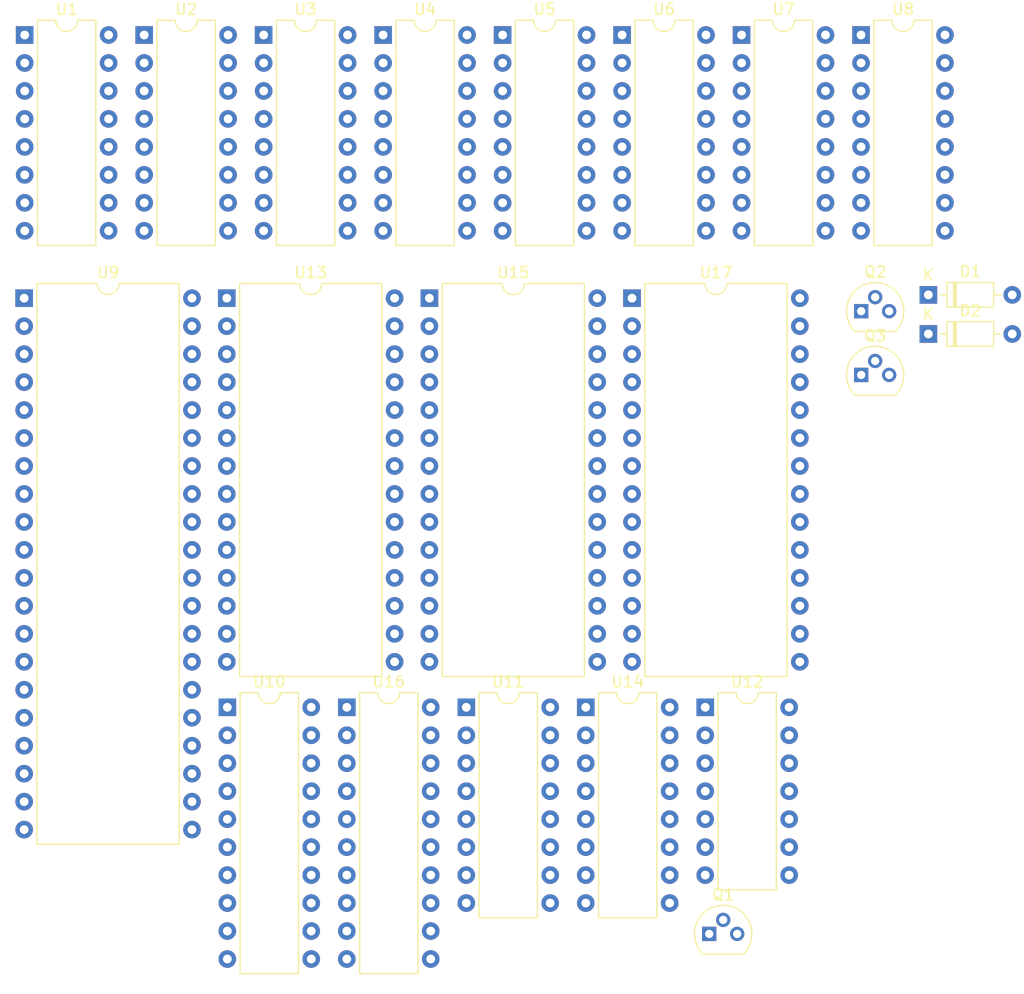
<source format=kicad_pcb>
(kicad_pcb (version 20240108) (generator "pcbnew") (generator_version "8.0")
  (layers (0 "F.Cu" signal) (31 "B.Cu" signal) (34 "B.Paste" user) (35 "F.Paste" user) (36 "B.SilkS" user "B.Silkscreen") (37 "F.SilkS" user "F.Silkscreen") (38 "B.Mask" user) (39 "F.Mask" user) (44 "Edge.Cuts" user))
  (net 0 "")
  (net 11 "MA4")
  (net 12 "MA0")
  (net 13 "MA5")
  (net 14 "MA7")
  (net 15 "~{RAMW}")
  (net 16 "MA6")
  (net 17 "MA2")
  (net 18 "MA1")
  (net 19 "MA3")
  (net 20 "RD2")
  (net 22 "~{RAS}")
  (net 23 "~{CAS}")
  (net 24 "+5V")
  (net 28 "RD3")
  (net 29 "RD4")
  (net 31 "RD5")
  (net 33 "RD6")
  (net 36 "RD7")
  (net 210 "RD0")
  (net 213 "<NO NET>")
  (net 225 "RD1")
  (footprint "Package_TO_SOT_THT:TO-92" (layer "F.Cu") (at 158.04 79.58)
    (property "Reference" "Q3" (at 1.27 -3.56 0) (layer "F.SilkS"))
    (property "Value" "1402D")
    (pad "1" thru_hole rect (at 0 0) (size 1.3 1.3) (drill 0.75) (layers "*.Cu" "*.Mask"))
    (pad "2" thru_hole circle (at 1.27 -1.27) (size 1.3 1.3) (drill 0.75) (layers "*.Cu" "*.Mask"))
    (pad "3" thru_hole circle (at 2.54 0) (size 1.3 1.3) (drill 0.75) (layers "*.Cu" "*.Mask"))
  )
  (footprint "Package_DIP:DIP-28_W15.24mm" (layer "F.Cu") (at 100.43 72.61)
    (property "Reference" "U13" (at 7.62 -2.33 0) (layer "F.SilkS"))
    (property "Value" "27128")
    (pad "1" thru_hole rect (at 0 0) (size 1.6 1.6) (drill 0.8) (layers "*.Cu" "*.Mask"))
    (pad "2" thru_hole oval (at 0 2.54) (size 1.6 1.6) (drill 0.8) (layers "*.Cu" "*.Mask"))
    (pad "3" thru_hole oval (at 0 5.08) (size 1.6 1.6) (drill 0.8) (layers "*.Cu" "*.Mask"))
    (pad "4" thru_hole oval (at 0 7.62) (size 1.6 1.6) (drill 0.8) (layers "*.Cu" "*.Mask"))
    (pad "5" thru_hole oval (at 0 10.16) (size 1.6 1.6) (drill 0.8) (layers "*.Cu" "*.Mask"))
    (pad "6" thru_hole oval (at 0 12.7) (size 1.6 1.6) (drill 0.8) (layers "*.Cu" "*.Mask"))
    (pad "7" thru_hole oval (at 0 15.24) (size 1.6 1.6) (drill 0.8) (layers "*.Cu" "*.Mask"))
    (pad "8" thru_hole oval (at 0 17.78) (size 1.6 1.6) (drill 0.8) (layers "*.Cu" "*.Mask"))
    (pad "9" thru_hole oval (at 0 20.32) (size 1.6 1.6) (drill 0.8) (layers "*.Cu" "*.Mask"))
    (pad "10" thru_hole oval (at 0 22.86) (size 1.6 1.6) (drill 0.8) (layers "*.Cu" "*.Mask"))
    (pad "11" thru_hole oval (at 0 25.4) (size 1.6 1.6) (drill 0.8) (layers "*.Cu" "*.Mask"))
    (pad "12" thru_hole oval (at 0 27.94) (size 1.6 1.6) (drill 0.8) (layers "*.Cu" "*.Mask"))
    (pad "13" thru_hole oval (at 0 30.48) (size 1.6 1.6) (drill 0.8) (layers "*.Cu" "*.Mask"))
    (pad "14" thru_hole oval (at 0 33.02) (size 1.6 1.6) (drill 0.8) (layers "*.Cu" "*.Mask"))
    (pad "15" thru_hole oval (at 15.24 33.02) (size 1.6 1.6) (drill 0.8) (layers "*.Cu" "*.Mask"))
    (pad "16" thru_hole oval (at 15.24 30.48) (size 1.6 1.6) (drill 0.8) (layers "*.Cu" "*.Mask"))
    (pad "17" thru_hole oval (at 15.24 27.94) (size 1.6 1.6) (drill 0.8) (layers "*.Cu" "*.Mask"))
    (pad "18" thru_hole oval (at 15.24 25.4) (size 1.6 1.6) (drill 0.8) (layers "*.Cu" "*.Mask"))
    (pad "19" thru_hole oval (at 15.24 22.86) (size 1.6 1.6) (drill 0.8) (layers "*.Cu" "*.Mask"))
    (pad "20" thru_hole oval (at 15.24 20.32) (size 1.6 1.6) (drill 0.8) (layers "*.Cu" "*.Mask"))
    (pad "21" thru_hole oval (at 15.24 17.78) (size 1.6 1.6) (drill 0.8) (layers "*.Cu" "*.Mask"))
    (pad "22" thru_hole oval (at 15.24 15.24) (size 1.6 1.6) (drill 0.8) (layers "*.Cu" "*.Mask"))
    (pad "23" thru_hole oval (at 15.24 12.7) (size 1.6 1.6) (drill 0.8) (layers "*.Cu" "*.Mask"))
    (pad "24" thru_hole oval (at 15.24 10.16) (size 1.6 1.6) (drill 0.8) (layers "*.Cu" "*.Mask"))
    (pad "25" thru_hole oval (at 15.24 7.62) (size 1.6 1.6) (drill 0.8) (layers "*.Cu" "*.Mask"))
    (pad "26" thru_hole oval (at 15.24 5.08) (size 1.6 1.6) (drill 0.8) (layers "*.Cu" "*.Mask"))
    (pad "27" thru_hole oval (at 15.24 2.54) (size 1.6 1.6) (drill 0.8) (layers "*.Cu" "*.Mask"))
    (pad "28" thru_hole oval (at 15.24 0) (size 1.6 1.6) (drill 0.8) (layers "*.Cu" "*.Mask"))
  )
  (footprint "Package_DIP:DIP-16_W7.62mm" (layer "F.Cu") (at 158.03 48.71)
    (property "Reference" "U8" (at 3.81 -2.33 0) (layer "F.SilkS"))
    (property "Value" "TMM4164AP-15")
    (pad "1" thru_hole rect (at 0 0) (size 1.6 1.6) (drill 0.8) (layers "*.Cu" "*.Mask"))
    (pad "2" thru_hole oval (at 0 2.54) (size 1.6 1.6) (drill 0.8) (layers "*.Cu" "*.Mask") (net 36 "RD7"))
    (pad "3" thru_hole oval (at 0 5.08) (size 1.6 1.6) (drill 0.8) (layers "*.Cu" "*.Mask") (net 15 "~{RAMW}"))
    (pad "4" thru_hole oval (at 0 7.62) (size 1.6 1.6) (drill 0.8) (layers "*.Cu" "*.Mask") (net 22 "~{RAS}"))
    (pad "5" thru_hole oval (at 0 10.16) (size 1.6 1.6) (drill 0.8) (layers "*.Cu" "*.Mask") (net 12 "MA0"))
    (pad "6" thru_hole oval (at 0 12.7) (size 1.6 1.6) (drill 0.8) (layers "*.Cu" "*.Mask") (net 17 "MA2"))
    (pad "7" thru_hole oval (at 0 15.24) (size 1.6 1.6) (drill 0.8) (layers "*.Cu" "*.Mask") (net 18 "MA1"))
    (pad "8" thru_hole oval (at 0 17.78) (size 1.6 1.6) (drill 0.8) (layers "*.Cu" "*.Mask") (net 24 "+5V"))
    (pad "9" thru_hole oval (at 7.62 17.78) (size 1.6 1.6) (drill 0.8) (layers "*.Cu" "*.Mask") (net 14 "MA7"))
    (pad "10" thru_hole oval (at 7.62 15.24) (size 1.6 1.6) (drill 0.8) (layers "*.Cu" "*.Mask") (net 13 "MA5"))
    (pad "11" thru_hole oval (at 7.62 12.7) (size 1.6 1.6) (drill 0.8) (layers "*.Cu" "*.Mask") (net 11 "MA4"))
    (pad "12" thru_hole oval (at 7.62 10.16) (size 1.6 1.6) (drill 0.8) (layers "*.Cu" "*.Mask") (net 19 "MA3"))
    (pad "13" thru_hole oval (at 7.62 7.62) (size 1.6 1.6) (drill 0.8) (layers "*.Cu" "*.Mask") (net 16 "MA6"))
    (pad "14" thru_hole oval (at 7.62 5.08) (size 1.6 1.6) (drill 0.8) (layers "*.Cu" "*.Mask") (net 36 "RD7"))
    (pad "15" thru_hole oval (at 7.62 2.54) (size 1.6 1.6) (drill 0.8) (layers "*.Cu" "*.Mask") (net 23 "~{CAS}"))
    (pad "16" thru_hole oval (at 7.62 0) (size 1.6 1.6) (drill 0.8) (layers "*.Cu" "*.Mask") (net 213 "<NO NET>"))
  )
  (footprint "Package_DIP:DIP-16_W7.62mm" (layer "F.Cu") (at 147.18 48.71)
    (property "Reference" "U7" (at 3.81 -2.33 0) (layer "F.SilkS"))
    (property "Value" "TMM4164AP-15")
    (pad "1" thru_hole rect (at 0 0) (size 1.6 1.6) (drill 0.8) (layers "*.Cu" "*.Mask"))
    (pad "2" thru_hole oval (at 0 2.54) (size 1.6 1.6) (drill 0.8) (layers "*.Cu" "*.Mask") (net 33 "RD6"))
    (pad "3" thru_hole oval (at 0 5.08) (size 1.6 1.6) (drill 0.8) (layers "*.Cu" "*.Mask") (net 15 "~{RAMW}"))
    (pad "4" thru_hole oval (at 0 7.62) (size 1.6 1.6) (drill 0.8) (layers "*.Cu" "*.Mask") (net 22 "~{RAS}"))
    (pad "5" thru_hole oval (at 0 10.16) (size 1.6 1.6) (drill 0.8) (layers "*.Cu" "*.Mask") (net 12 "MA0"))
    (pad "6" thru_hole oval (at 0 12.7) (size 1.6 1.6) (drill 0.8) (layers "*.Cu" "*.Mask") (net 17 "MA2"))
    (pad "7" thru_hole oval (at 0 15.24) (size 1.6 1.6) (drill 0.8) (layers "*.Cu" "*.Mask") (net 18 "MA1"))
    (pad "8" thru_hole oval (at 0 17.78) (size 1.6 1.6) (drill 0.8) (layers "*.Cu" "*.Mask") (net 24 "+5V"))
    (pad "9" thru_hole oval (at 7.62 17.78) (size 1.6 1.6) (drill 0.8) (layers "*.Cu" "*.Mask") (net 14 "MA7"))
    (pad "10" thru_hole oval (at 7.62 15.24) (size 1.6 1.6) (drill 0.8) (layers "*.Cu" "*.Mask") (net 13 "MA5"))
    (pad "11" thru_hole oval (at 7.62 12.7) (size 1.6 1.6) (drill 0.8) (layers "*.Cu" "*.Mask") (net 11 "MA4"))
    (pad "12" thru_hole oval (at 7.62 10.16) (size 1.6 1.6) (drill 0.8) (layers "*.Cu" "*.Mask") (net 19 "MA3"))
    (pad "13" thru_hole oval (at 7.62 7.62) (size 1.6 1.6) (drill 0.8) (layers "*.Cu" "*.Mask") (net 16 "MA6"))
    (pad "14" thru_hole oval (at 7.62 5.08) (size 1.6 1.6) (drill 0.8) (layers "*.Cu" "*.Mask") (net 33 "RD6"))
    (pad "15" thru_hole oval (at 7.62 2.54) (size 1.6 1.6) (drill 0.8) (layers "*.Cu" "*.Mask") (net 23 "~{CAS}"))
    (pad "16" thru_hole oval (at 7.62 0) (size 1.6 1.6) (drill 0.8) (layers "*.Cu" "*.Mask") (net 213 "<NO NET>"))
  )
  (footprint "Package_DIP:DIP-16_W7.62mm" (layer "F.Cu") (at 114.63 48.71)
    (property "Reference" "U4" (at 3.81 -2.33 0) (layer "F.SilkS"))
    (property "Value" "TMM4164AP-15")
    (pad "1" thru_hole rect (at 0 0) (size 1.6 1.6) (drill 0.8) (layers "*.Cu" "*.Mask"))
    (pad "2" thru_hole oval (at 0 2.54) (size 1.6 1.6) (drill 0.8) (layers "*.Cu" "*.Mask") (net 28 "RD3"))
    (pad "3" thru_hole oval (at 0 5.08) (size 1.6 1.6) (drill 0.8) (layers "*.Cu" "*.Mask") (net 15 "~{RAMW}"))
    (pad "4" thru_hole oval (at 0 7.62) (size 1.6 1.6) (drill 0.8) (layers "*.Cu" "*.Mask") (net 22 "~{RAS}"))
    (pad "5" thru_hole oval (at 0 10.16) (size 1.6 1.6) (drill 0.8) (layers "*.Cu" "*.Mask") (net 12 "MA0"))
    (pad "6" thru_hole oval (at 0 12.7) (size 1.6 1.6) (drill 0.8) (layers "*.Cu" "*.Mask") (net 17 "MA2"))
    (pad "7" thru_hole oval (at 0 15.24) (size 1.6 1.6) (drill 0.8) (layers "*.Cu" "*.Mask") (net 18 "MA1"))
    (pad "8" thru_hole oval (at 0 17.78) (size 1.6 1.6) (drill 0.8) (layers "*.Cu" "*.Mask") (net 24 "+5V"))
    (pad "9" thru_hole oval (at 7.62 17.78) (size 1.6 1.6) (drill 0.8) (layers "*.Cu" "*.Mask") (net 14 "MA7"))
    (pad "10" thru_hole oval (at 7.62 15.24) (size 1.6 1.6) (drill 0.8) (layers "*.Cu" "*.Mask") (net 13 "MA5"))
    (pad "11" thru_hole oval (at 7.62 12.7) (size 1.6 1.6) (drill 0.8) (layers "*.Cu" "*.Mask") (net 11 "MA4"))
    (pad "12" thru_hole oval (at 7.62 10.16) (size 1.6 1.6) (drill 0.8) (layers "*.Cu" "*.Mask") (net 19 "MA3"))
    (pad "13" thru_hole oval (at 7.62 7.62) (size 1.6 1.6) (drill 0.8) (layers "*.Cu" "*.Mask") (net 16 "MA6"))
    (pad "14" thru_hole oval (at 7.62 5.08) (size 1.6 1.6) (drill 0.8) (layers "*.Cu" "*.Mask") (net 28 "RD3"))
    (pad "15" thru_hole oval (at 7.62 2.54) (size 1.6 1.6) (drill 0.8) (layers "*.Cu" "*.Mask") (net 23 "~{CAS}"))
    (pad "16" thru_hole oval (at 7.62 0) (size 1.6 1.6) (drill 0.8) (layers "*.Cu" "*.Mask") (net 213 "<NO NET>"))
  )
  (footprint "Package_TO_SOT_THT:TO-92" (layer "F.Cu") (at 158.04 73.79)
    (property "Reference" "Q2" (at 1.27 -3.56 0) (layer "F.SilkS"))
    (property "Value" "1402D")
    (pad "1" thru_hole rect (at 0 0) (size 1.3 1.3) (drill 0.75) (layers "*.Cu" "*.Mask"))
    (pad "2" thru_hole circle (at 1.27 -1.27) (size 1.3 1.3) (drill 0.75) (layers "*.Cu" "*.Mask"))
    (pad "3" thru_hole circle (at 2.54 0) (size 1.3 1.3) (drill 0.75) (layers "*.Cu" "*.Mask"))
  )
  (footprint "Package_DIP:DIP-14_W7.62mm" (layer "F.Cu") (at 143.88 109.76)
    (property "Reference" "U12" (at 3.81 -2.33 0) (layer "F.SilkS"))
    (property "Value" "74LS00")
    (pad "1" thru_hole rect (at 0 0) (size 1.6 1.6) (drill 0.8) (layers "*.Cu" "*.Mask"))
    (pad "2" thru_hole oval (at 0 2.54) (size 1.6 1.6) (drill 0.8) (layers "*.Cu" "*.Mask"))
    (pad "3" thru_hole oval (at 0 5.08) (size 1.6 1.6) (drill 0.8) (layers "*.Cu" "*.Mask"))
    (pad "4" thru_hole oval (at 0 7.62) (size 1.6 1.6) (drill 0.8) (layers "*.Cu" "*.Mask"))
    (pad "5" thru_hole oval (at 0 10.16) (size 1.6 1.6) (drill 0.8) (layers "*.Cu" "*.Mask"))
    (pad "6" thru_hole oval (at 0 12.7) (size 1.6 1.6) (drill 0.8) (layers "*.Cu" "*.Mask"))
    (pad "7" thru_hole oval (at 0 15.24) (size 1.6 1.6) (drill 0.8) (layers "*.Cu" "*.Mask"))
    (pad "8" thru_hole oval (at 7.62 15.24) (size 1.6 1.6) (drill 0.8) (layers "*.Cu" "*.Mask"))
    (pad "9" thru_hole oval (at 7.62 12.7) (size 1.6 1.6) (drill 0.8) (layers "*.Cu" "*.Mask"))
    (pad "10" thru_hole oval (at 7.62 10.16) (size 1.6 1.6) (drill 0.8) (layers "*.Cu" "*.Mask"))
    (pad "11" thru_hole oval (at 7.62 7.62) (size 1.6 1.6) (drill 0.8) (layers "*.Cu" "*.Mask"))
    (pad "12" thru_hole oval (at 7.62 5.08) (size 1.6 1.6) (drill 0.8) (layers "*.Cu" "*.Mask"))
    (pad "13" thru_hole oval (at 7.62 2.54) (size 1.6 1.6) (drill 0.8) (layers "*.Cu" "*.Mask"))
    (pad "14" thru_hole oval (at 7.62 0) (size 1.6 1.6) (drill 0.8) (layers "*.Cu" "*.Mask"))
  )
  (footprint "Package_DIP:DIP-16_W7.62mm" (layer "F.Cu") (at 125.48 48.71)
    (property "Reference" "U5" (at 3.81 -2.33 0) (layer "F.SilkS"))
    (property "Value" "TMM4164AP-15")
    (pad "1" thru_hole rect (at 0 0) (size 1.6 1.6) (drill 0.8) (layers "*.Cu" "*.Mask"))
    (pad "2" thru_hole oval (at 0 2.54) (size 1.6 1.6) (drill 0.8) (layers "*.Cu" "*.Mask") (net 29 "RD4"))
    (pad "3" thru_hole oval (at 0 5.08) (size 1.6 1.6) (drill 0.8) (layers "*.Cu" "*.Mask") (net 15 "~{RAMW}"))
    (pad "4" thru_hole oval (at 0 7.62) (size 1.6 1.6) (drill 0.8) (layers "*.Cu" "*.Mask") (net 22 "~{RAS}"))
    (pad "5" thru_hole oval (at 0 10.16) (size 1.6 1.6) (drill 0.8) (layers "*.Cu" "*.Mask") (net 12 "MA0"))
    (pad "6" thru_hole oval (at 0 12.7) (size 1.6 1.6) (drill 0.8) (layers "*.Cu" "*.Mask") (net 17 "MA2"))
    (pad "7" thru_hole oval (at 0 15.24) (size 1.6 1.6) (drill 0.8) (layers "*.Cu" "*.Mask") (net 18 "MA1"))
    (pad "8" thru_hole oval (at 0 17.78) (size 1.6 1.6) (drill 0.8) (layers "*.Cu" "*.Mask") (net 24 "+5V"))
    (pad "9" thru_hole oval (at 7.62 17.78) (size 1.6 1.6) (drill 0.8) (layers "*.Cu" "*.Mask") (net 14 "MA7"))
    (pad "10" thru_hole oval (at 7.62 15.24) (size 1.6 1.6) (drill 0.8) (layers "*.Cu" "*.Mask") (net 13 "MA5"))
    (pad "11" thru_hole oval (at 7.62 12.7) (size 1.6 1.6) (drill 0.8) (layers "*.Cu" "*.Mask") (net 11 "MA4"))
    (pad "12" thru_hole oval (at 7.62 10.16) (size 1.6 1.6) (drill 0.8) (layers "*.Cu" "*.Mask") (net 19 "MA3"))
    (pad "13" thru_hole oval (at 7.62 7.62) (size 1.6 1.6) (drill 0.8) (layers "*.Cu" "*.Mask") (net 16 "MA6"))
    (pad "14" thru_hole oval (at 7.62 5.08) (size 1.6 1.6) (drill 0.8) (layers "*.Cu" "*.Mask") (net 29 "RD4"))
    (pad "15" thru_hole oval (at 7.62 2.54) (size 1.6 1.6) (drill 0.8) (layers "*.Cu" "*.Mask") (net 23 "~{CAS}"))
    (pad "16" thru_hole oval (at 7.62 0) (size 1.6 1.6) (drill 0.8) (layers "*.Cu" "*.Mask") (net 213 "<NO NET>"))
  )
  (footprint "Diode_THT:D_DO-35_SOD27_P7.62mm_Horizontal" (layer "F.Cu") (at 164.14 75.86)
    (property "Reference" "D2" (at 3.81 -2.12 0) (layer "F.SilkS"))
    (property "Value" "1N4150")
    (fp_text user "K" (at 0 -1.8 0) (layer "F.SilkS"))
    (pad "1" thru_hole rect (at 0 0) (size 1.6 1.6) (drill 0.8) (layers "*.Cu" "*.Mask"))
    (pad "2" thru_hole oval (at 7.62 0) (size 1.6 1.6) (drill 0.8) (layers "*.Cu" "*.Mask"))
  )
  (footprint "Package_DIP:DIP-16_W7.62mm" (layer "F.Cu") (at 122.18 109.76)
    (property "Reference" "U11" (at 3.81 -2.33 0) (layer "F.SilkS"))
    (property "Value" "74LS257")
    (pad "1" thru_hole rect (at 0 0) (size 1.6 1.6) (drill 0.8) (layers "*.Cu" "*.Mask"))
    (pad "2" thru_hole oval (at 0 2.54) (size 1.6 1.6) (drill 0.8) (layers "*.Cu" "*.Mask"))
    (pad "3" thru_hole oval (at 0 5.08) (size 1.6 1.6) (drill 0.8) (layers "*.Cu" "*.Mask"))
    (pad "4" thru_hole oval (at 0 7.62) (size 1.6 1.6) (drill 0.8) (layers "*.Cu" "*.Mask"))
    (pad "5" thru_hole oval (at 0 10.16) (size 1.6 1.6) (drill 0.8) (layers "*.Cu" "*.Mask"))
    (pad "6" thru_hole oval (at 0 12.7) (size 1.6 1.6) (drill 0.8) (layers "*.Cu" "*.Mask"))
    (pad "7" thru_hole oval (at 0 15.24) (size 1.6 1.6) (drill 0.8) (layers "*.Cu" "*.Mask"))
    (pad "8" thru_hole oval (at 0 17.78) (size 1.6 1.6) (drill 0.8) (layers "*.Cu" "*.Mask"))
    (pad "9" thru_hole oval (at 7.62 17.78) (size 1.6 1.6) (drill 0.8) (layers "*.Cu" "*.Mask"))
    (pad "10" thru_hole oval (at 7.62 15.24) (size 1.6 1.6) (drill 0.8) (layers "*.Cu" "*.Mask"))
    (pad "11" thru_hole oval (at 7.62 12.7) (size 1.6 1.6) (drill 0.8) (layers "*.Cu" "*.Mask"))
    (pad "12" thru_hole oval (at 7.62 10.16) (size 1.6 1.6) (drill 0.8) (layers "*.Cu" "*.Mask"))
    (pad "13" thru_hole oval (at 7.62 7.62) (size 1.6 1.6) (drill 0.8) (layers "*.Cu" "*.Mask"))
    (pad "14" thru_hole oval (at 7.62 5.08) (size 1.6 1.6) (drill 0.8) (layers "*.Cu" "*.Mask"))
    (pad "15" thru_hole oval (at 7.62 2.54) (size 1.6 1.6) (drill 0.8) (layers "*.Cu" "*.Mask"))
    (pad "16" thru_hole oval (at 7.62 0) (size 1.6 1.6) (drill 0.8) (layers "*.Cu" "*.Mask"))
  )
  (footprint "Package_DIP:DIP-16_W7.62mm" (layer "F.Cu") (at 136.33 48.71)
    (property "Reference" "U6" (at 3.81 -2.33 0) (layer "F.SilkS"))
    (property "Value" "TMM4164AP-15")
    (pad "1" thru_hole rect (at 0 0) (size 1.6 1.6) (drill 0.8) (layers "*.Cu" "*.Mask"))
    (pad "2" thru_hole oval (at 0 2.54) (size 1.6 1.6) (drill 0.8) (layers "*.Cu" "*.Mask") (net 31 "RD5"))
    (pad "3" thru_hole oval (at 0 5.08) (size 1.6 1.6) (drill 0.8) (layers "*.Cu" "*.Mask") (net 15 "~{RAMW}"))
    (pad "4" thru_hole oval (at 0 7.62) (size 1.6 1.6) (drill 0.8) (layers "*.Cu" "*.Mask") (net 22 "~{RAS}"))
    (pad "5" thru_hole oval (at 0 10.16) (size 1.6 1.6) (drill 0.8) (layers "*.Cu" "*.Mask") (net 12 "MA0"))
    (pad "6" thru_hole oval (at 0 12.7) (size 1.6 1.6) (drill 0.8) (layers "*.Cu" "*.Mask") (net 17 "MA2"))
    (pad "7" thru_hole oval (at 0 15.24) (size 1.6 1.6) (drill 0.8) (layers "*.Cu" "*.Mask") (net 18 "MA1"))
    (pad "8" thru_hole oval (at 0 17.78) (size 1.6 1.6) (drill 0.8) (layers "*.Cu" "*.Mask") (net 24 "+5V"))
    (pad "9" thru_hole oval (at 7.62 17.78) (size 1.6 1.6) (drill 0.8) (layers "*.Cu" "*.Mask") (net 14 "MA7"))
    (pad "10" thru_hole oval (at 7.62 15.24) (size 1.6 1.6) (drill 0.8) (layers "*.Cu" "*.Mask") (net 13 "MA5"))
    (pad "11" thru_hole oval (at 7.62 12.7) (size 1.6 1.6) (drill 0.8) (layers "*.Cu" "*.Mask") (net 11 "MA4"))
    (pad "12" thru_hole oval (at 7.62 10.16) (size 1.6 1.6) (drill 0.8) (layers "*.Cu" "*.Mask") (net 19 "MA3"))
    (pad "13" thru_hole oval (at 7.62 7.62) (size 1.6 1.6) (drill 0.8) (layers "*.Cu" "*.Mask") (net 16 "MA6"))
    (pad "14" thru_hole oval (at 7.62 5.08) (size 1.6 1.6) (drill 0.8) (layers "*.Cu" "*.Mask") (net 31 "RD5"))
    (pad "15" thru_hole oval (at 7.62 2.54) (size 1.6 1.6) (drill 0.8) (layers "*.Cu" "*.Mask") (net 23 "~{CAS}"))
    (pad "16" thru_hole oval (at 7.62 0) (size 1.6 1.6) (drill 0.8) (layers "*.Cu" "*.Mask") (net 213 "<NO NET>"))
  )
  (footprint "Package_DIP:DIP-40_W15.24mm" (layer "F.Cu") (at 82.03 72.61)
    (property "Reference" "U9" (at 7.62 -2.33 0) (layer "F.SilkS"))
    (property "Value" "Z80CPU")
    (pad "1" thru_hole rect (at 0 0) (size 1.6 1.6) (drill 0.8) (layers "*.Cu" "*.Mask"))
    (pad "2" thru_hole oval (at 0 2.54) (size 1.6 1.6) (drill 0.8) (layers "*.Cu" "*.Mask"))
    (pad "3" thru_hole oval (at 0 5.08) (size 1.6 1.6) (drill 0.8) (layers "*.Cu" "*.Mask"))
    (pad "4" thru_hole oval (at 0 7.62) (size 1.6 1.6) (drill 0.8) (layers "*.Cu" "*.Mask"))
    (pad "5" thru_hole oval (at 0 10.16) (size 1.6 1.6) (drill 0.8) (layers "*.Cu" "*.Mask"))
    (pad "6" thru_hole oval (at 0 12.7) (size 1.6 1.6) (drill 0.8) (layers "*.Cu" "*.Mask"))
    (pad "7" thru_hole oval (at 0 15.24) (size 1.6 1.6) (drill 0.8) (layers "*.Cu" "*.Mask"))
    (pad "8" thru_hole oval (at 0 17.78) (size 1.6 1.6) (drill 0.8) (layers "*.Cu" "*.Mask"))
    (pad "9" thru_hole oval (at 0 20.32) (size 1.6 1.6) (drill 0.8) (layers "*.Cu" "*.Mask"))
    (pad "10" thru_hole oval (at 0 22.86) (size 1.6 1.6) (drill 0.8) (layers "*.Cu" "*.Mask"))
    (pad "11" thru_hole oval (at 0 25.4) (size 1.6 1.6) (drill 0.8) (layers "*.Cu" "*.Mask"))
    (pad "12" thru_hole oval (at 0 27.94) (size 1.6 1.6) (drill 0.8) (layers "*.Cu" "*.Mask"))
    (pad "13" thru_hole oval (at 0 30.48) (size 1.6 1.6) (drill 0.8) (layers "*.Cu" "*.Mask"))
    (pad "14" thru_hole oval (at 0 33.02) (size 1.6 1.6) (drill 0.8) (layers "*.Cu" "*.Mask"))
    (pad "15" thru_hole oval (at 0 35.56) (size 1.6 1.6) (drill 0.8) (layers "*.Cu" "*.Mask"))
    (pad "16" thru_hole oval (at 0 38.1) (size 1.6 1.6) (drill 0.8) (layers "*.Cu" "*.Mask"))
    (pad "17" thru_hole oval (at 0 40.64) (size 1.6 1.6) (drill 0.8) (layers "*.Cu" "*.Mask"))
    (pad "18" thru_hole oval (at 0 43.18) (size 1.6 1.6) (drill 0.8) (layers "*.Cu" "*.Mask"))
    (pad "19" thru_hole oval (at 0 45.72) (size 1.6 1.6) (drill 0.8) (layers "*.Cu" "*.Mask"))
    (pad "20" thru_hole oval (at 0 48.26) (size 1.6 1.6) (drill 0.8) (layers "*.Cu" "*.Mask"))
    (pad "21" thru_hole oval (at 15.24 48.26) (size 1.6 1.6) (drill 0.8) (layers "*.Cu" "*.Mask"))
    (pad "22" thru_hole oval (at 15.24 45.72) (size 1.6 1.6) (drill 0.8) (layers "*.Cu" "*.Mask"))
    (pad "23" thru_hole oval (at 15.24 43.18) (size 1.6 1.6) (drill 0.8) (layers "*.Cu" "*.Mask"))
    (pad "24" thru_hole oval (at 15.24 40.64) (size 1.6 1.6) (drill 0.8) (layers "*.Cu" "*.Mask"))
    (pad "25" thru_hole oval (at 15.24 38.1) (size 1.6 1.6) (drill 0.8) (layers "*.Cu" "*.Mask"))
    (pad "26" thru_hole oval (at 15.24 35.56) (size 1.6 1.6) (drill 0.8) (layers "*.Cu" "*.Mask"))
    (pad "27" thru_hole oval (at 15.24 33.02) (size 1.6 1.6) (drill 0.8) (layers "*.Cu" "*.Mask"))
    (pad "28" thru_hole oval (at 15.24 30.48) (size 1.6 1.6) (drill 0.8) (layers "*.Cu" "*.Mask"))
    (pad "29" thru_hole oval (at 15.24 27.94) (size 1.6 1.6) (drill 0.8) (layers "*.Cu" "*.Mask"))
    (pad "30" thru_hole oval (at 15.24 25.4) (size 1.6 1.6) (drill 0.8) (layers "*.Cu" "*.Mask"))
    (pad "31" thru_hole oval (at 15.24 22.86) (size 1.6 1.6) (drill 0.8) (layers "*.Cu" "*.Mask"))
    (pad "32" thru_hole oval (at 15.24 20.32) (size 1.6 1.6) (drill 0.8) (layers "*.Cu" "*.Mask"))
    (pad "33" thru_hole oval (at 15.24 17.78) (size 1.6 1.6) (drill 0.8) (layers "*.Cu" "*.Mask"))
    (pad "34" thru_hole oval (at 15.24 15.24) (size 1.6 1.6) (drill 0.8) (layers "*.Cu" "*.Mask"))
    (pad "35" thru_hole oval (at 15.24 12.7) (size 1.6 1.6) (drill 0.8) (layers "*.Cu" "*.Mask"))
    (pad "36" thru_hole oval (at 15.24 10.16) (size 1.6 1.6) (drill 0.8) (layers "*.Cu" "*.Mask"))
    (pad "37" thru_hole oval (at 15.24 7.62) (size 1.6 1.6) (drill 0.8) (layers "*.Cu" "*.Mask"))
    (pad "38" thru_hole oval (at 15.24 5.08) (size 1.6 1.6) (drill 0.8) (layers "*.Cu" "*.Mask"))
    (pad "39" thru_hole oval (at 15.24 2.54) (size 1.6 1.6) (drill 0.8) (layers "*.Cu" "*.Mask"))
    (pad "40" thru_hole oval (at 15.24 0) (size 1.6 1.6) (drill 0.8) (layers "*.Cu" "*.Mask"))
  )
  (footprint "Package_DIP:DIP-20_W7.62mm" (layer "F.Cu") (at 100.48 109.76)
    (property "Reference" "U10" (at 3.81 -2.33 0) (layer "F.SilkS"))
    (property "Value" "74LS244")
    (pad "1" thru_hole rect (at 0 0) (size 1.6 1.6) (drill 0.8) (layers "*.Cu" "*.Mask"))
    (pad "2" thru_hole oval (at 0 2.54) (size 1.6 1.6) (drill 0.8) (layers "*.Cu" "*.Mask"))
    (pad "3" thru_hole oval (at 0 5.08) (size 1.6 1.6) (drill 0.8) (layers "*.Cu" "*.Mask"))
    (pad "4" thru_hole oval (at 0 7.62) (size 1.6 1.6) (drill 0.8) (layers "*.Cu" "*.Mask"))
    (pad "5" thru_hole oval (at 0 10.16) (size 1.6 1.6) (drill 0.8) (layers "*.Cu" "*.Mask"))
    (pad "6" thru_hole oval (at 0 12.7) (size 1.6 1.6) (drill 0.8) (layers "*.Cu" "*.Mask"))
    (pad "7" thru_hole oval (at 0 15.24) (size 1.6 1.6) (drill 0.8) (layers "*.Cu" "*.Mask"))
    (pad "8" thru_hole oval (at 0 17.78) (size 1.6 1.6) (drill 0.8) (layers "*.Cu" "*.Mask"))
    (pad "9" thru_hole oval (at 0 20.32) (size 1.6 1.6) (drill 0.8) (layers "*.Cu" "*.Mask"))
    (pad "10" thru_hole oval (at 0 22.86) (size 1.6 1.6) (drill 0.8) (layers "*.Cu" "*.Mask"))
    (pad "11" thru_hole oval (at 7.62 22.86) (size 1.6 1.6) (drill 0.8) (layers "*.Cu" "*.Mask"))
    (pad "12" thru_hole oval (at 7.62 20.32) (size 1.6 1.6) (drill 0.8) (layers "*.Cu" "*.Mask"))
    (pad "13" thru_hole oval (at 7.62 17.78) (size 1.6 1.6) (drill 0.8) (layers "*.Cu" "*.Mask"))
    (pad "14" thru_hole oval (at 7.62 15.24) (size 1.6 1.6) (drill 0.8) (layers "*.Cu" "*.Mask"))
    (pad "15" thru_hole oval (at 7.62 12.7) (size 1.6 1.6) (drill 0.8) (layers "*.Cu" "*.Mask"))
    (pad "16" thru_hole oval (at 7.62 10.16) (size 1.6 1.6) (drill 0.8) (layers "*.Cu" "*.Mask"))
    (pad "17" thru_hole oval (at 7.62 7.62) (size 1.6 1.6) (drill 0.8) (layers "*.Cu" "*.Mask"))
    (pad "18" thru_hole oval (at 7.62 5.08) (size 1.6 1.6) (drill 0.8) (layers "*.Cu" "*.Mask"))
    (pad "19" thru_hole oval (at 7.62 2.54) (size 1.6 1.6) (drill 0.8) (layers "*.Cu" "*.Mask"))
    (pad "20" thru_hole oval (at 7.62 0) (size 1.6 1.6) (drill 0.8) (layers "*.Cu" "*.Mask"))
  )
  (footprint "Package_DIP:DIP-20_W7.62mm" (layer "F.Cu") (at 111.33 109.76)
    (property "Reference" "U16" (at 3.81 -2.33 0) (layer "F.SilkS"))
    (property "Value" "74LS273")
    (pad "1" thru_hole rect (at 0 0) (size 1.6 1.6) (drill 0.8) (layers "*.Cu" "*.Mask"))
    (pad "2" thru_hole oval (at 0 2.54) (size 1.6 1.6) (drill 0.8) (layers "*.Cu" "*.Mask"))
    (pad "3" thru_hole oval (at 0 5.08) (size 1.6 1.6) (drill 0.8) (layers "*.Cu" "*.Mask"))
    (pad "4" thru_hole oval (at 0 7.62) (size 1.6 1.6) (drill 0.8) (layers "*.Cu" "*.Mask"))
    (pad "5" thru_hole oval (at 0 10.16) (size 1.6 1.6) (drill 0.8) (layers "*.Cu" "*.Mask"))
    (pad "6" thru_hole oval (at 0 12.7) (size 1.6 1.6) (drill 0.8) (layers "*.Cu" "*.Mask"))
    (pad "7" thru_hole oval (at 0 15.24) (size 1.6 1.6) (drill 0.8) (layers "*.Cu" "*.Mask"))
    (pad "8" thru_hole oval (at 0 17.78) (size 1.6 1.6) (drill 0.8) (layers "*.Cu" "*.Mask"))
    (pad "9" thru_hole oval (at 0 20.32) (size 1.6 1.6) (drill 0.8) (layers "*.Cu" "*.Mask"))
    (pad "10" thru_hole oval (at 0 22.86) (size 1.6 1.6) (drill 0.8) (layers "*.Cu" "*.Mask"))
    (pad "11" thru_hole oval (at 7.62 22.86) (size 1.6 1.6) (drill 0.8) (layers "*.Cu" "*.Mask"))
    (pad "12" thru_hole oval (at 7.62 20.32) (size 1.6 1.6) (drill 0.8) (layers "*.Cu" "*.Mask"))
    (pad "13" thru_hole oval (at 7.62 17.78) (size 1.6 1.6) (drill 0.8) (layers "*.Cu" "*.Mask"))
    (pad "14" thru_hole oval (at 7.62 15.24) (size 1.6 1.6) (drill 0.8) (layers "*.Cu" "*.Mask"))
    (pad "15" thru_hole oval (at 7.62 12.7) (size 1.6 1.6) (drill 0.8) (layers "*.Cu" "*.Mask"))
    (pad "16" thru_hole oval (at 7.62 10.16) (size 1.6 1.6) (drill 0.8) (layers "*.Cu" "*.Mask"))
    (pad "17" thru_hole oval (at 7.62 7.62) (size 1.6 1.6) (drill 0.8) (layers "*.Cu" "*.Mask"))
    (pad "18" thru_hole oval (at 7.62 5.08) (size 1.6 1.6) (drill 0.8) (layers "*.Cu" "*.Mask"))
    (pad "19" thru_hole oval (at 7.62 2.54) (size 1.6 1.6) (drill 0.8) (layers "*.Cu" "*.Mask"))
    (pad "20" thru_hole oval (at 7.62 0) (size 1.6 1.6) (drill 0.8) (layers "*.Cu" "*.Mask"))
  )
  (footprint "Package_DIP:DIP-16_W7.62mm" (layer "F.Cu") (at 82.08 48.71)
    (property "Reference" "U1" (at 3.81 -2.33 0) (layer "F.SilkS"))
    (property "Value" "TMM4164AP-15")
    (pad "1" thru_hole rect (at 0 0) (size 1.6 1.6) (drill 0.8) (layers "*.Cu" "*.Mask"))
    (pad "2" thru_hole oval (at 0 2.54) (size 1.6 1.6) (drill 0.8) (layers "*.Cu" "*.Mask") (net 210 "RD0"))
    (pad "3" thru_hole oval (at 0 5.08) (size 1.6 1.6) (drill 0.8) (layers "*.Cu" "*.Mask") (net 15 "~{RAMW}"))
    (pad "4" thru_hole oval (at 0 7.62) (size 1.6 1.6) (drill 0.8) (layers "*.Cu" "*.Mask") (net 22 "~{RAS}"))
    (pad "5" thru_hole oval (at 0 10.16) (size 1.6 1.6) (drill 0.8) (layers "*.Cu" "*.Mask") (net 12 "MA0"))
    (pad "6" thru_hole oval (at 0 12.7) (size 1.6 1.6) (drill 0.8) (layers "*.Cu" "*.Mask") (net 17 "MA2"))
    (pad "7" thru_hole oval (at 0 15.24) (size 1.6 1.6) (drill 0.8) (layers "*.Cu" "*.Mask") (net 18 "MA1"))
    (pad "8" thru_hole oval (at 0 17.78) (size 1.6 1.6) (drill 0.8) (layers "*.Cu" "*.Mask") (net 24 "+5V"))
    (pad "9" thru_hole oval (at 7.62 17.78) (size 1.6 1.6) (drill 0.8) (layers "*.Cu" "*.Mask") (net 14 "MA7"))
    (pad "10" thru_hole oval (at 7.62 15.24) (size 1.6 1.6) (drill 0.8) (layers "*.Cu" "*.Mask") (net 13 "MA5"))
    (pad "11" thru_hole oval (at 7.62 12.7) (size 1.6 1.6) (drill 0.8) (layers "*.Cu" "*.Mask") (net 11 "MA4"))
    (pad "12" thru_hole oval (at 7.62 10.16) (size 1.6 1.6) (drill 0.8) (layers "*.Cu" "*.Mask") (net 19 "MA3"))
    (pad "13" thru_hole oval (at 7.62 7.62) (size 1.6 1.6) (drill 0.8) (layers "*.Cu" "*.Mask") (net 16 "MA6"))
    (pad "14" thru_hole oval (at 7.62 5.08) (size 1.6 1.6) (drill 0.8) (layers "*.Cu" "*.Mask") (net 210 "RD0"))
    (pad "15" thru_hole oval (at 7.62 2.54) (size 1.6 1.6) (drill 0.8) (layers "*.Cu" "*.Mask") (net 23 "~{CAS}"))
    (pad "16" thru_hole oval (at 7.62 0) (size 1.6 1.6) (drill 0.8) (layers "*.Cu" "*.Mask") (net 213 "<NO NET>"))
  )
  (footprint "Package_DIP:DIP-16_W7.62mm" (layer "F.Cu") (at 103.78 48.71)
    (property "Reference" "U3" (at 3.81 -2.33 0) (layer "F.SilkS"))
    (property "Value" "TMM4164AP-15")
    (pad "1" thru_hole rect (at 0 0) (size 1.6 1.6) (drill 0.8) (layers "*.Cu" "*.Mask"))
    (pad "2" thru_hole oval (at 0 2.54) (size 1.6 1.6) (drill 0.8) (layers "*.Cu" "*.Mask") (net 20 "RD2"))
    (pad "3" thru_hole oval (at 0 5.08) (size 1.6 1.6) (drill 0.8) (layers "*.Cu" "*.Mask") (net 15 "~{RAMW}"))
    (pad "4" thru_hole oval (at 0 7.62) (size 1.6 1.6) (drill 0.8) (layers "*.Cu" "*.Mask") (net 22 "~{RAS}"))
    (pad "5" thru_hole oval (at 0 10.16) (size 1.6 1.6) (drill 0.8) (layers "*.Cu" "*.Mask") (net 12 "MA0"))
    (pad "6" thru_hole oval (at 0 12.7) (size 1.6 1.6) (drill 0.8) (layers "*.Cu" "*.Mask") (net 17 "MA2"))
    (pad "7" thru_hole oval (at 0 15.24) (size 1.6 1.6) (drill 0.8) (layers "*.Cu" "*.Mask") (net 18 "MA1"))
    (pad "8" thru_hole oval (at 0 17.78) (size 1.6 1.6) (drill 0.8) (layers "*.Cu" "*.Mask") (net 24 "+5V"))
    (pad "9" thru_hole oval (at 7.62 17.78) (size 1.6 1.6) (drill 0.8) (layers "*.Cu" "*.Mask") (net 14 "MA7"))
    (pad "10" thru_hole oval (at 7.62 15.24) (size 1.6 1.6) (drill 0.8) (layers "*.Cu" "*.Mask") (net 13 "MA5"))
    (pad "11" thru_hole oval (at 7.62 12.7) (size 1.6 1.6) (drill 0.8) (layers "*.Cu" "*.Mask") (net 11 "MA4"))
    (pad "12" thru_hole oval (at 7.62 10.16) (size 1.6 1.6) (drill 0.8) (layers "*.Cu" "*.Mask") (net 19 "MA3"))
    (pad "13" thru_hole oval (at 7.62 7.62) (size 1.6 1.6) (drill 0.8) (layers "*.Cu" "*.Mask") (net 16 "MA6"))
    (pad "14" thru_hole oval (at 7.62 5.08) (size 1.6 1.6) (drill 0.8) (layers "*.Cu" "*.Mask") (net 20 "RD2"))
    (pad "15" thru_hole oval (at 7.62 2.54) (size 1.6 1.6) (drill 0.8) (layers "*.Cu" "*.Mask") (net 23 "~{CAS}"))
    (pad "16" thru_hole oval (at 7.62 0) (size 1.6 1.6) (drill 0.8) (layers "*.Cu" "*.Mask") (net 213 "<NO NET>"))
  )
  (footprint "Diode_THT:D_DO-35_SOD27_P7.62mm_Horizontal" (layer "F.Cu") (at 164.14 72.31)
    (property "Reference" "D1" (at 3.81 -2.12 0) (layer "F.SilkS"))
    (property "Value" "1N4150")
    (fp_text user "K" (at 0 -1.8 0) (layer "F.SilkS"))
    (pad "1" thru_hole rect (at 0 0) (size 1.6 1.6) (drill 0.8) (layers "*.Cu" "*.Mask"))
    (pad "2" thru_hole oval (at 7.62 0) (size 1.6 1.6) (drill 0.8) (layers "*.Cu" "*.Mask"))
  )
  (footprint "Package_DIP:DIP-16_W7.62mm" (layer "F.Cu") (at 92.93 48.71)
    (property "Reference" "U2" (at 3.81 -2.33 0) (layer "F.SilkS"))
    (property "Value" "TMM4164AP-15")
    (pad "1" thru_hole rect (at 0 0) (size 1.6 1.6) (drill 0.8) (layers "*.Cu" "*.Mask"))
    (pad "2" thru_hole oval (at 0 2.54) (size 1.6 1.6) (drill 0.8) (layers "*.Cu" "*.Mask") (net 225 "RD1"))
    (pad "3" thru_hole oval (at 0 5.08) (size 1.6 1.6) (drill 0.8) (layers "*.Cu" "*.Mask") (net 15 "~{RAMW}"))
    (pad "4" thru_hole oval (at 0 7.62) (size 1.6 1.6) (drill 0.8) (layers "*.Cu" "*.Mask") (net 22 "~{RAS}"))
    (pad "5" thru_hole oval (at 0 10.16) (size 1.6 1.6) (drill 0.8) (layers "*.Cu" "*.Mask") (net 12 "MA0"))
    (pad "6" thru_hole oval (at 0 12.7) (size 1.6 1.6) (drill 0.8) (layers "*.Cu" "*.Mask") (net 17 "MA2"))
    (pad "7" thru_hole oval (at 0 15.24) (size 1.6 1.6) (drill 0.8) (layers "*.Cu" "*.Mask") (net 18 "MA1"))
    (pad "8" thru_hole oval (at 0 17.78) (size 1.6 1.6) (drill 0.8) (layers "*.Cu" "*.Mask") (net 24 "+5V"))
    (pad "9" thru_hole oval (at 7.62 17.78) (size 1.6 1.6) (drill 0.8) (layers "*.Cu" "*.Mask") (net 14 "MA7"))
    (pad "10" thru_hole oval (at 7.62 15.24) (size 1.6 1.6) (drill 0.8) (layers "*.Cu" "*.Mask") (net 13 "MA5"))
    (pad "11" thru_hole oval (at 7.62 12.7) (size 1.6 1.6) (drill 0.8) (layers "*.Cu" "*.Mask") (net 11 "MA4"))
    (pad "12" thru_hole oval (at 7.62 10.16) (size 1.6 1.6) (drill 0.8) (layers "*.Cu" "*.Mask") (net 19 "MA3"))
    (pad "13" thru_hole oval (at 7.62 7.62) (size 1.6 1.6) (drill 0.8) (layers "*.Cu" "*.Mask") (net 16 "MA6"))
    (pad "14" thru_hole oval (at 7.62 5.08) (size 1.6 1.6) (drill 0.8) (layers "*.Cu" "*.Mask") (net 225 "RD1"))
    (pad "15" thru_hole oval (at 7.62 2.54) (size 1.6 1.6) (drill 0.8) (layers "*.Cu" "*.Mask") (net 23 "~{CAS}"))
    (pad "16" thru_hole oval (at 7.62 0) (size 1.6 1.6) (drill 0.8) (layers "*.Cu" "*.Mask") (net 213 "<NO NET>"))
  )
  (footprint "Package_DIP:DIP-28_W15.24mm" (layer "F.Cu") (at 137.23 72.61)
    (property "Reference" "U17" (at 7.62 -2.33 0) (layer "F.SilkS"))
    (property "Value" "2764")
    (pad "1" thru_hole rect (at 0 0) (size 1.6 1.6) (drill 0.8) (layers "*.Cu" "*.Mask"))
    (pad "2" thru_hole oval (at 0 2.54) (size 1.6 1.6) (drill 0.8) (layers "*.Cu" "*.Mask"))
    (pad "3" thru_hole oval (at 0 5.08) (size 1.6 1.6) (drill 0.8) (layers "*.Cu" "*.Mask"))
    (pad "4" thru_hole oval (at 0 7.62) (size 1.6 1.6) (drill 0.8) (layers "*.Cu" "*.Mask"))
    (pad "5" thru_hole oval (at 0 10.16) (size 1.6 1.6) (drill 0.8) (layers "*.Cu" "*.Mask"))
    (pad "6" thru_hole oval (at 0 12.7) (size 1.6 1.6) (drill 0.8) (layers "*.Cu" "*.Mask"))
    (pad "7" thru_hole oval (at 0 15.24) (size 1.6 1.6) (drill 0.8) (layers "*.Cu" "*.Mask"))
    (pad "8" thru_hole oval (at 0 17.78) (size 1.6 1.6) (drill 0.8) (layers "*.Cu" "*.Mask"))
    (pad "9" thru_hole oval (at 0 20.32) (size 1.6 1.6) (drill 0.8) (layers "*.Cu" "*.Mask"))
    (pad "10" thru_hole oval (at 0 22.86) (size 1.6 1.6) (drill 0.8) (layers "*.Cu" "*.Mask"))
    (pad "11" thru_hole oval (at 0 25.4) (size 1.6 1.6) (drill 0.8) (layers "*.Cu" "*.Mask"))
    (pad "12" thru_hole oval (at 0 27.94) (size 1.6 1.6) (drill 0.8) (layers "*.Cu" "*.Mask"))
    (pad "13" thru_hole oval (at 0 30.48) (size 1.6 1.6) (drill 0.8) (layers "*.Cu" "*.Mask"))
    (pad "14" thru_hole oval (at 0 33.02) (size 1.6 1.6) (drill 0.8) (layers "*.Cu" "*.Mask"))
    (pad "15" thru_hole oval (at 15.24 33.02) (size 1.6 1.6) (drill 0.8) (layers "*.Cu" "*.Mask"))
    (pad "16" thru_hole oval (at 15.24 30.48) (size 1.6 1.6) (drill 0.8) (layers "*.Cu" "*.Mask"))
    (pad "17" thru_hole oval (at 15.24 27.94) (size 1.6 1.6) (drill 0.8) (layers "*.Cu" "*.Mask"))
    (pad "18" thru_hole oval (at 15.24 25.4) (size 1.6 1.6) (drill 0.8) (layers "*.Cu" "*.Mask"))
    (pad "19" thru_hole oval (at 15.24 22.86) (size 1.6 1.6) (drill 0.8) (layers "*.Cu" "*.Mask"))
    (pad "20" thru_hole oval (at 15.24 20.32) (size 1.6 1.6) (drill 0.8) (layers "*.Cu" "*.Mask"))
    (pad "21" thru_hole oval (at 15.24 17.78) (size 1.6 1.6) (drill 0.8) (layers "*.Cu" "*.Mask"))
    (pad "22" thru_hole oval (at 15.24 15.24) (size 1.6 1.6) (drill 0.8) (layers "*.Cu" "*.Mask"))
    (pad "23" thru_hole oval (at 15.24 12.7) (size 1.6 1.6) (drill 0.8) (layers "*.Cu" "*.Mask"))
    (pad "24" thru_hole oval (at 15.24 10.16) (size 1.6 1.6) (drill 0.8) (layers "*.Cu" "*.Mask"))
    (pad "25" thru_hole oval (at 15.24 7.62) (size 1.6 1.6) (drill 0.8) (layers "*.Cu" "*.Mask"))
    (pad "26" thru_hole oval (at 15.24 5.08) (size 1.6 1.6) (drill 0.8) (layers "*.Cu" "*.Mask"))
    (pad "27" thru_hole oval (at 15.24 2.54) (size 1.6 1.6) (drill 0.8) (layers "*.Cu" "*.Mask"))
    (pad "28" thru_hole oval (at 15.24 0) (size 1.6 1.6) (drill 0.8) (layers "*.Cu" "*.Mask"))
  )
  (footprint "Package_DIP:DIP-16_W7.62mm" (layer "F.Cu") (at 133.03 109.76)
    (property "Reference" "U14" (at 3.81 -2.33 0) (layer "F.SilkS"))
    (property "Value" "74LS257")
    (pad "1" thru_hole rect (at 0 0) (size 1.6 1.6) (drill 0.8) (layers "*.Cu" "*.Mask"))
    (pad "2" thru_hole oval (at 0 2.54) (size 1.6 1.6) (drill 0.8) (layers "*.Cu" "*.Mask"))
    (pad "3" thru_hole oval (at 0 5.08) (size 1.6 1.6) (drill 0.8) (layers "*.Cu" "*.Mask"))
    (pad "4" thru_hole oval (at 0 7.62) (size 1.6 1.6) (drill 0.8) (layers "*.Cu" "*.Mask"))
    (pad "5" thru_hole oval (at 0 10.16) (size 1.6 1.6) (drill 0.8) (layers "*.Cu" "*.Mask"))
    (pad "6" thru_hole oval (at 0 12.7) (size 1.6 1.6) (drill 0.8) (layers "*.Cu" "*.Mask"))
    (pad "7" thru_hole oval (at 0 15.24) (size 1.6 1.6) (drill 0.8) (layers "*.Cu" "*.Mask"))
    (pad "8" thru_hole oval (at 0 17.78) (size 1.6 1.6) (drill 0.8) (layers "*.Cu" "*.Mask"))
    (pad "9" thru_hole oval (at 7.62 17.78) (size 1.6 1.6) (drill 0.8) (layers "*.Cu" "*.Mask"))
    (pad "10" thru_hole oval (at 7.62 15.24) (size 1.6 1.6) (drill 0.8) (layers "*.Cu" "*.Mask"))
    (pad "11" thru_hole oval (at 7.62 12.7) (size 1.6 1.6) (drill 0.8) (layers "*.Cu" "*.Mask"))
    (pad "12" thru_hole oval (at 7.62 10.16) (size 1.6 1.6) (drill 0.8) (layers "*.Cu" "*.Mask"))
    (pad "13" thru_hole oval (at 7.62 7.62) (size 1.6 1.6) (drill 0.8) (layers "*.Cu" "*.Mask"))
    (pad "14" thru_hole oval (at 7.62 5.08) (size 1.6 1.6) (drill 0.8) (layers "*.Cu" "*.Mask"))
    (pad "15" thru_hole oval (at 7.62 2.54) (size 1.6 1.6) (drill 0.8) (layers "*.Cu" "*.Mask"))
    (pad "16" thru_hole oval (at 7.62 0) (size 1.6 1.6) (drill 0.8) (layers "*.Cu" "*.Mask"))
  )
  (footprint "Package_TO_SOT_THT:TO-92" (layer "F.Cu") (at 144.24 130.34)
    (property "Reference" "Q1" (at 1.27 -3.56 0) (layer "F.SilkS"))
    (property "Value" "9018G")
    (pad "1" thru_hole rect (at 0 0) (size 1.3 1.3) (drill 0.75) (layers "*.Cu" "*.Mask"))
    (pad "2" thru_hole circle (at 1.27 -1.27) (size 1.3 1.3) (drill 0.75) (layers "*.Cu" "*.Mask"))
    (pad "3" thru_hole circle (at 2.54 0) (size 1.3 1.3) (drill 0.75) (layers "*.Cu" "*.Mask"))
  )
  (footprint "Package_DIP:DIP-28_W15.24mm" (layer "F.Cu") (at 118.83 72.61)
    (property "Reference" "U15" (at 7.62 -2.33 0) (layer "F.SilkS"))
    (property "Value" "27128")
    (pad "1" thru_hole rect (at 0 0) (size 1.6 1.6) (drill 0.8) (layers "*.Cu" "*.Mask"))
    (pad "2" thru_hole oval (at 0 2.54) (size 1.6 1.6) (drill 0.8) (layers "*.Cu" "*.Mask"))
    (pad "3" thru_hole oval (at 0 5.08) (size 1.6 1.6) (drill 0.8) (layers "*.Cu" "*.Mask"))
    (pad "4" thru_hole oval (at 0 7.62) (size 1.6 1.6) (drill 0.8) (layers "*.Cu" "*.Mask"))
    (pad "5" thru_hole oval (at 0 10.16) (size 1.6 1.6) (drill 0.8) (layers "*.Cu" "*.Mask"))
    (pad "6" thru_hole oval (at 0 12.7) (size 1.6 1.6) (drill 0.8) (layers "*.Cu" "*.Mask"))
    (pad "7" thru_hole oval (at 0 15.24) (size 1.6 1.6) (drill 0.8) (layers "*.Cu" "*.Mask"))
    (pad "8" thru_hole oval (at 0 17.78) (size 1.6 1.6) (drill 0.8) (layers "*.Cu" "*.Mask"))
    (pad "9" thru_hole oval (at 0 20.32) (size 1.6 1.6) (drill 0.8) (layers "*.Cu" "*.Mask"))
    (pad "10" thru_hole oval (at 0 22.86) (size 1.6 1.6) (drill 0.8) (layers "*.Cu" "*.Mask"))
    (pad "11" thru_hole oval (at 0 25.4) (size 1.6 1.6) (drill 0.8) (layers "*.Cu" "*.Mask"))
    (pad "12" thru_hole oval (at 0 27.94) (size 1.6 1.6) (drill 0.8) (layers "*.Cu" "*.Mask"))
    (pad "13" thru_hole oval (at 0 30.48) (size 1.6 1.6) (drill 0.8) (layers "*.Cu" "*.Mask"))
    (pad "14" thru_hole oval (at 0 33.02) (size 1.6 1.6) (drill 0.8) (layers "*.Cu" "*.Mask"))
    (pad "15" thru_hole oval (at 15.24 33.02) (size 1.6 1.6) (drill 0.8) (layers "*.Cu" "*.Mask"))
    (pad "16" thru_hole oval (at 15.24 30.48) (size 1.6 1.6) (drill 0.8) (layers "*.Cu" "*.Mask"))
    (pad "17" thru_hole oval (at 15.24 27.94) (size 1.6 1.6) (drill 0.8) (layers "*.Cu" "*.Mask"))
    (pad "18" thru_hole oval (at 15.24 25.4) (size 1.6 1.6) (drill 0.8) (layers "*.Cu" "*.Mask"))
    (pad "19" thru_hole oval (at 15.24 22.86) (size 1.6 1.6) (drill 0.8) (layers "*.Cu" "*.Mask"))
    (pad "20" thru_hole oval (at 15.24 20.32) (size 1.6 1.6) (drill 0.8) (layers "*.Cu" "*.Mask"))
    (pad "21" thru_hole oval (at 15.24 17.78) (size 1.6 1.6) (drill 0.8) (layers "*.Cu" "*.Mask"))
    (pad "22" thru_hole oval (at 15.24 15.24) (size 1.6 1.6) (drill 0.8) (layers "*.Cu" "*.Mask"))
    (pad "23" thru_hole oval (at 15.24 12.7) (size 1.6 1.6) (drill 0.8) (layers "*.Cu" "*.Mask"))
    (pad "24" thru_hole oval (at 15.24 10.16) (size 1.6 1.6) (drill 0.8) (layers "*.Cu" "*.Mask"))
    (pad "25" thru_hole oval (at 15.24 7.62) (size 1.6 1.6) (drill 0.8) (layers "*.Cu" "*.Mask"))
    (pad "26" thru_hole oval (at 15.24 5.08) (size 1.6 1.6) (drill 0.8) (layers "*.Cu" "*.Mask"))
    (pad "27" thru_hole oval (at 15.24 2.54) (size 1.6 1.6) (drill 0.8) (layers "*.Cu" "*.Mask"))
    (pad "28" thru_hole oval (at 15.24 0) (size 1.6 1.6) (drill 0.8) (layers "*.Cu" "*.Mask"))
  )
)
</source>
